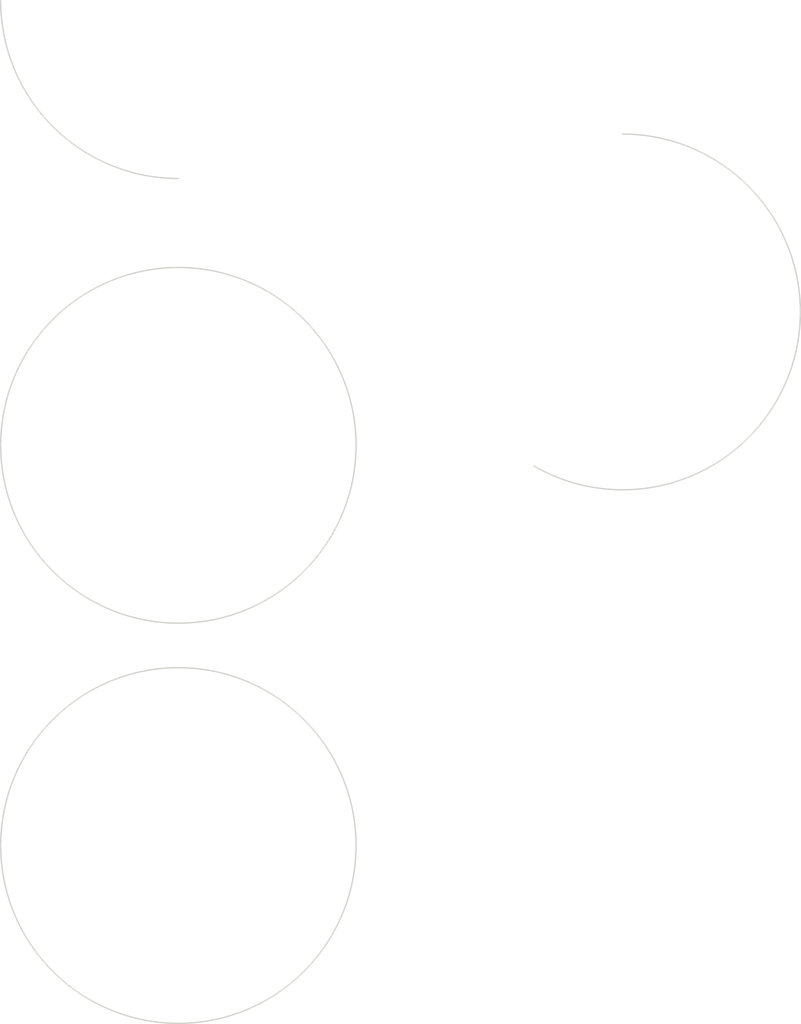
<source format=kicad_pcb>
(kicad_pcb (version 4) (host pcbnew 4.0.6)

  (general
    (links 0)
    (no_connects 0)
    (area 29.924999 64.924999 120.075001 180.075001)
    (thickness 1.6)
    (drawings 4)
    (tracks 0)
    (zones 0)
    (modules 0)
    (nets 1)
  )

  (page A4)
  (layers
    (0 F.Cu signal)
    (31 B.Cu signal)
    (32 B.Adhes user)
    (33 F.Adhes user)
    (34 B.Paste user)
    (35 F.Paste user)
    (36 B.SilkS user)
    (37 F.SilkS user)
    (38 B.Mask user)
    (39 F.Mask user)
    (40 Dwgs.User user)
    (41 Cmts.User user)
    (42 Eco1.User user)
    (43 Eco2.User user)
    (44 Edge.Cuts user)
    (45 Margin user)
    (46 B.CrtYd user)
    (47 F.CrtYd user)
    (48 B.Fab user)
    (49 F.Fab user)
  )

  (setup
    (last_trace_width 0.25)
    (trace_clearance 0.2)
    (zone_clearance 0.508)
    (zone_45_only no)
    (trace_min 0.2)
    (segment_width 0.2)
    (edge_width 0.15)
    (via_size 0.6)
    (via_drill 0.4)
    (via_min_size 0.4)
    (via_min_drill 0.3)
    (uvia_size 0.3)
    (uvia_drill 0.1)
    (uvias_allowed no)
    (uvia_min_size 0.2)
    (uvia_min_drill 0.1)
    (pcb_text_width 0.3)
    (pcb_text_size 1.5 1.5)
    (mod_edge_width 0.15)
    (mod_text_size 1 1)
    (mod_text_width 0.15)
    (pad_size 1.524 1.524)
    (pad_drill 0.762)
    (pad_to_mask_clearance 0.2)
    (aux_axis_origin 0 0)
    (visible_elements 7FFFFFFF)
    (pcbplotparams
      (layerselection 0x01000_00000000)
      (usegerberextensions false)
      (excludeedgelayer true)
      (linewidth 0.100000)
      (plotframeref false)
      (viasonmask false)
      (mode 1)
      (useauxorigin false)
      (hpglpennumber 1)
      (hpglpenspeed 20)
      (hpglpendiameter 15)
      (hpglpenoverlay 2)
      (psnegative false)
      (psa4output false)
      (plotreference true)
      (plotvalue true)
      (plotinvisibletext false)
      (padsonsilk false)
      (subtractmaskfromsilk false)
      (outputformat 0)
      (mirror false)
      (drillshape 0)
      (scaleselection 1)
      (outputdirectory HPGL/))
  )

  (net 0 "")

  (net_class Default "This is the default net class."
    (clearance 0.2)
    (trace_width 0.25)
    (via_dia 0.6)
    (via_drill 0.4)
    (uvia_dia 0.3)
    (uvia_drill 0.1)
  )

  (gr_arc (start 100 100) (end 100 80) (angle 210) (layer Edge.Cuts) (width 0.15))
  (gr_arc (start 50 65) (end 30 65) (angle -90) (layer Edge.Cuts) (width 0.15))
  (gr_circle (center 50 160) (end 30 160) (layer Edge.Cuts) (width 0.15) (tstamp 599004D9))
  (gr_circle (center 50 115) (end 30 115) (layer Edge.Cuts) (width 0.15))

)

</source>
